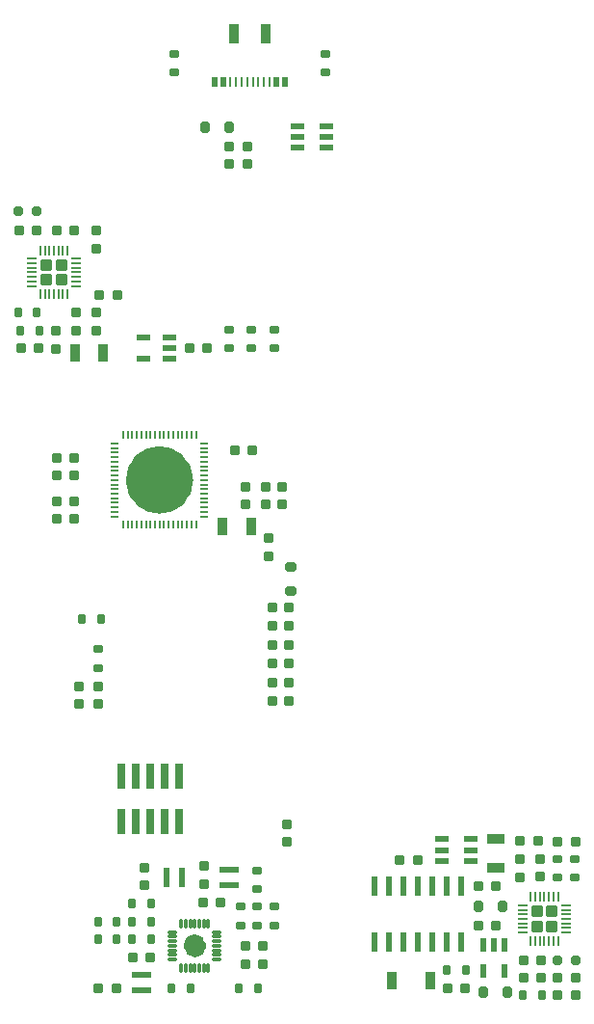
<source format=gbr>
%TF.GenerationSoftware,KiCad,Pcbnew,(6.0.4)*%
%TF.CreationDate,2022-05-12T22:03:53-04:00*%
%TF.ProjectId,Mouse V1,4d6f7573-6520-4563-912e-6b696361645f,V2.0*%
%TF.SameCoordinates,Original*%
%TF.FileFunction,Paste,Top*%
%TF.FilePolarity,Positive*%
%FSLAX46Y46*%
G04 Gerber Fmt 4.6, Leading zero omitted, Abs format (unit mm)*
G04 Created by KiCad (PCBNEW (6.0.4)) date 2022-05-12 22:03:53*
%MOMM*%
%LPD*%
G01*
G04 APERTURE LIST*
G04 Aperture macros list*
%AMRoundRect*
0 Rectangle with rounded corners*
0 $1 Rounding radius*
0 $2 $3 $4 $5 $6 $7 $8 $9 X,Y pos of 4 corners*
0 Add a 4 corners polygon primitive as box body*
4,1,4,$2,$3,$4,$5,$6,$7,$8,$9,$2,$3,0*
0 Add four circle primitives for the rounded corners*
1,1,$1+$1,$2,$3*
1,1,$1+$1,$4,$5*
1,1,$1+$1,$6,$7*
1,1,$1+$1,$8,$9*
0 Add four rect primitives between the rounded corners*
20,1,$1+$1,$2,$3,$4,$5,0*
20,1,$1+$1,$4,$5,$6,$7,0*
20,1,$1+$1,$6,$7,$8,$9,0*
20,1,$1+$1,$8,$9,$2,$3,0*%
G04 Aperture macros list end*
%ADD10C,1.010000*%
%ADD11C,2.960000*%
%ADD12RoundRect,0.180000X-0.247500X0.225000X-0.247500X-0.225000X0.247500X-0.225000X0.247500X0.225000X0*%
%ADD13R,0.666000X2.160000*%
%ADD14RoundRect,0.175000X0.218750X0.252500X-0.218750X0.252500X-0.218750X-0.252500X0.218750X-0.252500X0*%
%ADD15RoundRect,0.180000X0.225000X0.247500X-0.225000X0.247500X-0.225000X-0.247500X0.225000X-0.247500X0*%
%ADD16RoundRect,0.160000X0.200000X0.267500X-0.200000X0.267500X-0.200000X-0.267500X0.200000X-0.267500X0*%
%ADD17RoundRect,0.160000X-0.267500X0.200000X-0.267500X-0.200000X0.267500X-0.200000X0.267500X0.200000X0*%
%ADD18RoundRect,0.160000X-0.200000X-0.267500X0.200000X-0.267500X0.200000X0.267500X-0.200000X0.267500X0*%
%ADD19RoundRect,0.083750X0.512500X0.186250X-0.512500X0.186250X-0.512500X-0.186250X0.512500X-0.186250X0*%
%ADD20R,0.900000X1.620000*%
%ADD21RoundRect,0.175000X0.218750X0.365000X-0.218750X0.365000X-0.218750X-0.365000X0.218750X-0.365000X0*%
%ADD22RoundRect,0.180000X-0.225000X-0.247500X0.225000X-0.247500X0.225000X0.247500X-0.225000X0.247500X0*%
%ADD23RoundRect,0.250000X-0.275000X0.275000X-0.275000X-0.275000X0.275000X-0.275000X0.275000X0.275000X0*%
%ADD24RoundRect,0.006250X-0.083750X0.387500X-0.083750X-0.387500X0.083750X-0.387500X0.083750X0.387500X0*%
%ADD25RoundRect,0.040000X-0.353750X0.050000X-0.353750X-0.050000X0.353750X-0.050000X0.353750X0.050000X0*%
%ADD26RoundRect,0.250000X0.275000X-0.275000X0.275000X0.275000X-0.275000X0.275000X-0.275000X-0.275000X0*%
%ADD27RoundRect,0.006250X0.083750X-0.387500X0.083750X0.387500X-0.083750X0.387500X-0.083750X-0.387500X0*%
%ADD28RoundRect,0.040000X0.353750X-0.050000X0.353750X0.050000X-0.353750X0.050000X-0.353750X-0.050000X0*%
%ADD29RoundRect,0.180000X0.247500X-0.225000X0.247500X0.225000X-0.247500X0.225000X-0.247500X-0.225000X0*%
%ADD30RoundRect,0.012000X-0.087000X0.375000X-0.087000X-0.375000X0.087000X-0.375000X0.087000X0.375000X0*%
%ADD31RoundRect,0.012000X0.375000X0.087000X-0.375000X0.087000X-0.375000X-0.087000X0.375000X-0.087000X0*%
%ADD32RoundRect,0.160000X0.267500X-0.200000X0.267500X0.200000X-0.267500X0.200000X-0.267500X-0.200000X0*%
%ADD33RoundRect,0.052500X0.217500X-0.825000X0.217500X0.825000X-0.217500X0.825000X-0.217500X-0.825000X0*%
%ADD34RoundRect,0.175000X-0.218750X-0.365000X0.218750X-0.365000X0.218750X0.365000X-0.218750X0.365000X0*%
%ADD35R,1.620000X0.900000*%
%ADD36R,1.800000X0.585000*%
%ADD37RoundRect,0.083750X-0.186250X0.512500X-0.186250X-0.512500X0.186250X-0.512500X0.186250X0.512500X0*%
%ADD38RoundRect,0.175000X-0.365000X0.218750X-0.365000X-0.218750X0.365000X-0.218750X0.365000X0.218750X0*%
%ADD39R,1.178639X0.502200*%
%ADD40RoundRect,0.175000X-0.218750X-0.252500X0.218750X-0.252500X0.218750X0.252500X-0.218750X0.252500X0*%
%ADD41R,0.900000X1.800000*%
%ADD42R,0.468000X0.900000*%
%ADD43R,0.243000X0.900000*%
%ADD44R,0.585000X1.800000*%
%ADD45RoundRect,0.040800X0.322799X-0.051000X0.322799X0.051000X-0.322799X0.051000X-0.322799X-0.051000X0*%
%ADD46RoundRect,0.040800X-0.322799X0.051000X-0.322799X-0.051000X0.322799X-0.051000X0.322799X0.051000X0*%
%ADD47RoundRect,0.040800X-0.051000X-0.322799X0.051000X-0.322799X0.051000X0.322799X-0.051000X0.322799X0*%
%ADD48R,0.810000X1.530000*%
G04 APERTURE END LIST*
D10*
X130005000Y-147000000D02*
G75*
G03*
X130005000Y-147000000I-505000J0D01*
G01*
D11*
X127880000Y-106100000D02*
G75*
G03*
X127880000Y-106100000I-1480000J0D01*
G01*
D12*
X136000000Y-111225000D03*
X136000000Y-112775000D03*
D13*
X123060000Y-136050000D03*
X123060000Y-132150000D03*
X124330000Y-136050000D03*
X124330000Y-132150000D03*
X125600000Y-136050000D03*
X125600000Y-132150000D03*
X126870000Y-136050000D03*
X126870000Y-132150000D03*
X128140000Y-136050000D03*
X128140000Y-132150000D03*
D14*
X162987500Y-148300000D03*
X161412500Y-148300000D03*
D15*
X131775000Y-143200000D03*
X130225000Y-143200000D03*
D16*
X153325000Y-149100000D03*
X151675000Y-149100000D03*
D12*
X159900000Y-139375000D03*
X159900000Y-140925000D03*
D17*
X136500000Y-92875000D03*
X136500000Y-94525000D03*
D18*
X119575000Y-118300000D03*
X121225000Y-118300000D03*
D12*
X119300000Y-124225000D03*
X119300000Y-125775000D03*
D19*
X127237500Y-95450000D03*
X127237500Y-94500000D03*
X127237500Y-93550000D03*
X124962500Y-93550000D03*
X124962500Y-95450000D03*
D12*
X125100000Y-140125000D03*
X125100000Y-141675000D03*
D20*
X118950000Y-94900000D03*
X121450000Y-94900000D03*
D21*
X156962500Y-151100000D03*
X154837500Y-151100000D03*
D22*
X133025000Y-103500000D03*
X134575000Y-103500000D03*
D23*
X160898736Y-145290000D03*
X160898736Y-143990000D03*
X159598736Y-143990000D03*
X159598736Y-145290000D03*
D24*
X161448736Y-142702500D03*
X161048736Y-142702500D03*
X160648736Y-142702500D03*
X160248736Y-142702500D03*
X159848736Y-142702500D03*
X159448736Y-142702500D03*
X159048736Y-142702500D03*
D25*
X158311236Y-143440000D03*
X158311236Y-143840000D03*
X158311236Y-144240000D03*
X158311236Y-144640000D03*
X158311236Y-145040000D03*
X158311236Y-145440000D03*
X158311236Y-145840000D03*
D24*
X159048736Y-146577500D03*
X159448736Y-146577500D03*
X159848736Y-146577500D03*
X160248736Y-146577500D03*
X160648736Y-146577500D03*
X161048736Y-146577500D03*
X161448736Y-146577500D03*
D25*
X162186236Y-145840000D03*
X162186236Y-145440000D03*
X162186236Y-145040000D03*
X162186236Y-144640000D03*
X162186236Y-144240000D03*
X162186236Y-143840000D03*
X162186236Y-143440000D03*
D18*
X113975000Y-91400000D03*
X115625000Y-91400000D03*
X123975000Y-143300000D03*
X125625000Y-143300000D03*
D26*
X116460000Y-88520000D03*
X117760000Y-88520000D03*
X117760000Y-87220000D03*
X116460000Y-87220000D03*
D27*
X115910000Y-89807500D03*
X116310000Y-89807500D03*
X116710000Y-89807500D03*
X117110000Y-89807500D03*
X117510000Y-89807500D03*
X117910000Y-89807500D03*
X118310000Y-89807500D03*
D28*
X119047500Y-89070000D03*
X119047500Y-88670000D03*
X119047500Y-88270000D03*
X119047500Y-87870000D03*
X119047500Y-87470000D03*
X119047500Y-87070000D03*
X119047500Y-86670000D03*
D27*
X118310000Y-85932500D03*
X117910000Y-85932500D03*
X117510000Y-85932500D03*
X117110000Y-85932500D03*
X116710000Y-85932500D03*
X116310000Y-85932500D03*
X115910000Y-85932500D03*
D28*
X115172500Y-86670000D03*
X115172500Y-87070000D03*
X115172500Y-87470000D03*
X115172500Y-87870000D03*
X115172500Y-88270000D03*
X115172500Y-88670000D03*
X115172500Y-89070000D03*
D17*
X141000000Y-68675000D03*
X141000000Y-70325000D03*
D29*
X119100000Y-92975000D03*
X119100000Y-91425000D03*
D16*
X160025000Y-151300000D03*
X158375000Y-151300000D03*
D30*
X128300000Y-148935000D03*
X128700000Y-148935000D03*
X129100000Y-148935000D03*
X129500000Y-148935000D03*
X129900000Y-148935000D03*
X130300000Y-148935000D03*
X130700000Y-148935000D03*
D31*
X131435000Y-148200000D03*
X131435000Y-147800000D03*
X131435000Y-147400000D03*
X131435000Y-147000000D03*
X131435000Y-146600000D03*
X131435000Y-146200000D03*
X131435000Y-145800000D03*
D30*
X130700000Y-145065000D03*
X130300000Y-145065000D03*
X129900000Y-145065000D03*
X129500000Y-145065000D03*
X129100000Y-145065000D03*
X128700000Y-145065000D03*
X128300000Y-145065000D03*
D31*
X127565000Y-145800000D03*
X127565000Y-146200000D03*
X127565000Y-146600000D03*
X127565000Y-147000000D03*
X127565000Y-147400000D03*
X127565000Y-147800000D03*
X127565000Y-148200000D03*
D18*
X127475000Y-150700000D03*
X129125000Y-150700000D03*
D22*
X158425000Y-148300000D03*
X159975000Y-148300000D03*
D16*
X125625000Y-146400000D03*
X123975000Y-146400000D03*
D32*
X135000000Y-145225000D03*
X135000000Y-143575000D03*
D29*
X137800000Y-118875000D03*
X137800000Y-117325000D03*
D22*
X147525000Y-139500000D03*
X149075000Y-139500000D03*
D33*
X145290000Y-146675000D03*
X146560000Y-146675000D03*
X147830000Y-146675000D03*
X149100000Y-146675000D03*
X150370000Y-146675000D03*
X151640000Y-146675000D03*
X152910000Y-146675000D03*
X152910000Y-141725000D03*
X151640000Y-141725000D03*
X150370000Y-141725000D03*
X149100000Y-141725000D03*
X147830000Y-141725000D03*
X146560000Y-141725000D03*
X145290000Y-141725000D03*
D34*
X154437500Y-143500000D03*
X156562500Y-143500000D03*
D15*
X135475000Y-147000000D03*
X133925000Y-147000000D03*
D16*
X125625000Y-144900000D03*
X123975000Y-144900000D03*
D35*
X156000000Y-137650000D03*
X156000000Y-140150000D03*
D36*
X124800000Y-149525000D03*
X124800000Y-150875000D03*
D15*
X155975000Y-141800000D03*
X154425000Y-141800000D03*
D29*
X137600000Y-137875000D03*
X137600000Y-136325000D03*
D17*
X127700000Y-68675000D03*
X127700000Y-70325000D03*
D29*
X135700000Y-108275000D03*
X135700000Y-106725000D03*
D22*
X151725000Y-150700000D03*
X153275000Y-150700000D03*
D12*
X121000000Y-124225000D03*
X121000000Y-125775000D03*
D37*
X156750000Y-146962500D03*
X155800000Y-146962500D03*
X154850000Y-146962500D03*
X154850000Y-149237500D03*
X156750000Y-149237500D03*
D12*
X136300000Y-123925000D03*
X136300000Y-125475000D03*
X117300000Y-93025000D03*
X117300000Y-94575000D03*
D29*
X136300000Y-122175000D03*
X136300000Y-120625000D03*
D38*
X137900000Y-113737500D03*
X137900000Y-115862500D03*
D39*
X153744600Y-139550001D03*
X153744600Y-138600000D03*
X153744600Y-137649999D03*
X151255400Y-137649999D03*
X151255400Y-138600000D03*
X151255400Y-139550001D03*
X138555400Y-75049999D03*
X138555400Y-76000000D03*
X138555400Y-76950001D03*
X141044600Y-76950001D03*
X141044600Y-76000000D03*
X141044600Y-75049999D03*
D40*
X114012500Y-82500000D03*
X115587500Y-82500000D03*
D22*
X161425000Y-151300000D03*
X162975000Y-151300000D03*
D15*
X118875000Y-105700000D03*
X117325000Y-105700000D03*
D41*
X135750000Y-66950000D03*
X132950000Y-66950000D03*
D42*
X137450000Y-71150000D03*
X136700000Y-71150000D03*
D43*
X136100000Y-71150000D03*
X134600000Y-71150000D03*
X133600000Y-71150000D03*
X132600000Y-71150000D03*
D42*
X132000000Y-71150000D03*
X131250000Y-71150000D03*
X131250000Y-71150000D03*
X132000000Y-71150000D03*
D43*
X133100000Y-71150000D03*
X134100000Y-71150000D03*
X135100000Y-71150000D03*
X135600000Y-71150000D03*
D42*
X136700000Y-71150000D03*
X137450000Y-71150000D03*
D22*
X117325000Y-84200000D03*
X118875000Y-84200000D03*
D29*
X132500000Y-78375000D03*
X132500000Y-76825000D03*
D22*
X129025000Y-94500000D03*
X130575000Y-94500000D03*
D34*
X130437500Y-75100000D03*
X132562500Y-75100000D03*
D15*
X162975000Y-149800000D03*
X161425000Y-149800000D03*
D29*
X137800000Y-122175000D03*
X137800000Y-120625000D03*
D32*
X162900000Y-141025000D03*
X162900000Y-139375000D03*
D15*
X159975000Y-149800000D03*
X158425000Y-149800000D03*
D17*
X134500000Y-92875000D03*
X134500000Y-94525000D03*
D15*
X118875000Y-108000000D03*
X117325000Y-108000000D03*
D17*
X135000000Y-140375000D03*
X135000000Y-142025000D03*
D32*
X136500000Y-145225000D03*
X136500000Y-143575000D03*
D15*
X118875000Y-104200000D03*
X117325000Y-104200000D03*
D20*
X131950000Y-110200000D03*
X134450000Y-110200000D03*
D44*
X128375000Y-141000000D03*
X127025000Y-141000000D03*
D29*
X158100000Y-140975000D03*
X158100000Y-139425000D03*
D12*
X136300000Y-117325000D03*
X136300000Y-118875000D03*
D16*
X122625000Y-144900000D03*
X120975000Y-144900000D03*
D29*
X137200000Y-108275000D03*
X137200000Y-106725000D03*
D12*
X137800000Y-123925000D03*
X137800000Y-125475000D03*
D32*
X161400000Y-141025000D03*
X161400000Y-139375000D03*
D45*
X122452700Y-102900001D03*
X122452700Y-103300001D03*
X122452700Y-103700000D03*
X122452700Y-104099999D03*
X122452700Y-104500001D03*
D46*
X122452700Y-104900000D03*
D45*
X122452700Y-105299999D03*
X122452700Y-105700001D03*
X122452700Y-106100000D03*
D46*
X122452700Y-106499999D03*
D45*
X122452700Y-106900001D03*
X122452700Y-107300000D03*
D46*
X122452700Y-107699999D03*
D45*
X122452700Y-108099999D03*
X122452700Y-108500000D03*
X122452700Y-108899999D03*
X122452700Y-109299999D03*
D47*
X123200001Y-110047300D03*
X123600001Y-110047300D03*
X124000000Y-110047300D03*
X124400001Y-110047300D03*
X124800001Y-110047300D03*
X125200000Y-110047300D03*
X125599999Y-110047300D03*
X126000001Y-110047300D03*
X126400000Y-110047300D03*
X126799999Y-110047300D03*
X127200001Y-110047300D03*
X127600000Y-110047300D03*
X127999999Y-110047300D03*
X128399999Y-110047300D03*
X128800000Y-110047300D03*
X129199999Y-110047300D03*
X129599999Y-110047300D03*
D45*
X130347300Y-109299999D03*
X130347300Y-108899999D03*
X130347300Y-108500000D03*
X130347300Y-108099999D03*
X130347300Y-107699999D03*
X130347300Y-107300000D03*
X130347300Y-106900001D03*
X130347300Y-106499999D03*
X130347300Y-106100000D03*
X130347300Y-105700001D03*
X130347300Y-105299999D03*
X130347300Y-104900000D03*
X130347300Y-104500001D03*
X130347300Y-104100001D03*
X130347300Y-103700000D03*
X130347300Y-103300001D03*
X130347300Y-102900001D03*
D47*
X129599999Y-102152700D03*
X129199999Y-102152700D03*
X128800000Y-102152700D03*
X128399999Y-102152700D03*
X127999999Y-102152700D03*
X127600000Y-102152700D03*
X127200001Y-102152700D03*
X126799999Y-102152700D03*
X126400000Y-102152700D03*
X126000001Y-102152700D03*
X125599999Y-102152700D03*
X125200000Y-102152700D03*
X124800001Y-102152700D03*
X124400001Y-102152700D03*
X124000000Y-102152700D03*
X123600001Y-102152700D03*
X123200001Y-102152700D03*
D22*
X121125000Y-89900000D03*
X122675000Y-89900000D03*
D17*
X121000000Y-120975000D03*
X121000000Y-122625000D03*
D16*
X115825000Y-93000000D03*
X114175000Y-93000000D03*
D22*
X114025000Y-84200000D03*
X115575000Y-84200000D03*
X133925000Y-148600000D03*
X135475000Y-148600000D03*
D36*
X132500000Y-141675000D03*
X132500000Y-140325000D03*
D48*
X150200000Y-150100000D03*
X146800000Y-150100000D03*
D15*
X125575000Y-148000000D03*
X124025000Y-148000000D03*
D29*
X134000000Y-108275000D03*
X134000000Y-106725000D03*
D15*
X122575000Y-150700000D03*
X121025000Y-150700000D03*
D29*
X120800000Y-92975000D03*
X120800000Y-91425000D03*
D22*
X114225000Y-94500000D03*
X115775000Y-94500000D03*
D18*
X133375000Y-150700000D03*
X135025000Y-150700000D03*
D17*
X132500000Y-92875000D03*
X132500000Y-94525000D03*
D15*
X159675000Y-137800000D03*
X158125000Y-137800000D03*
D16*
X122625000Y-146400000D03*
X120975000Y-146400000D03*
D15*
X118875000Y-109500000D03*
X117325000Y-109500000D03*
D17*
X133500000Y-143575000D03*
X133500000Y-145225000D03*
D22*
X161425000Y-137900000D03*
X162975000Y-137900000D03*
D29*
X130300000Y-141575000D03*
X130300000Y-140025000D03*
D15*
X155975000Y-145200000D03*
X154425000Y-145200000D03*
D12*
X134100000Y-76825000D03*
X134100000Y-78375000D03*
D29*
X120800000Y-85775000D03*
X120800000Y-84225000D03*
M02*

</source>
